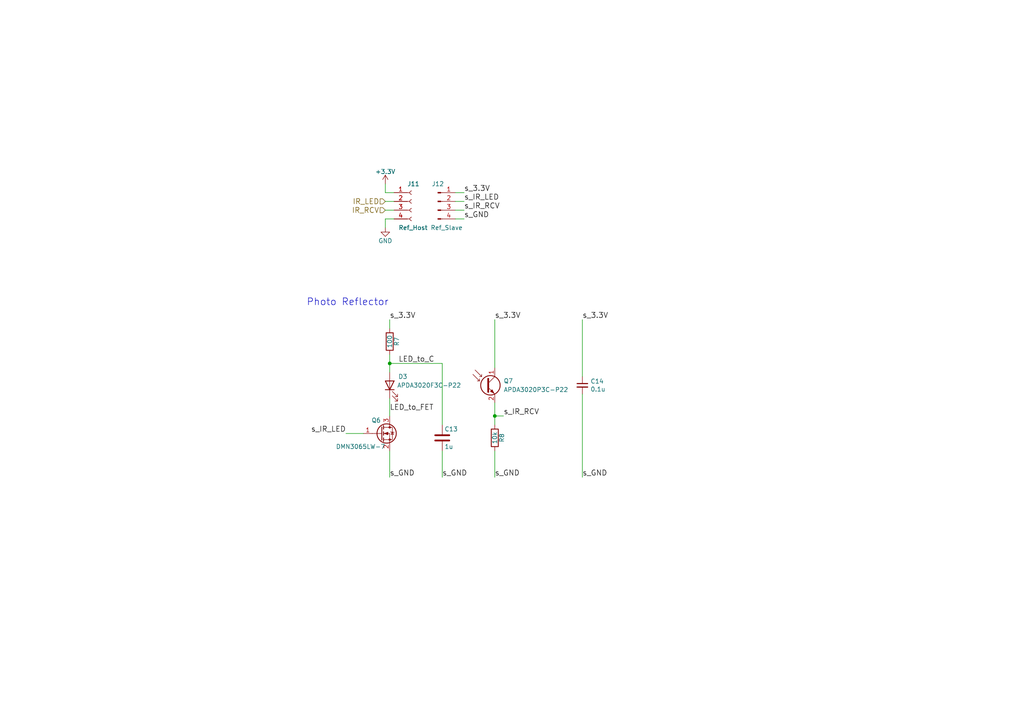
<source format=kicad_sch>
(kicad_sch (version 20230121) (generator eeschema)
  (paper "A4")
  (lib_symbols
    (symbol "Connector:Conn_01x04_Pin" (pin_names (offset 1.016) hide)
      (property "Reference" "J" (at 0 5.08 0))
      (property "Value" "Conn_01x04_Pin" (at 0 -7.62 0))
      (symbol "Conn_01x04_Pin_1_1"
        (polyline (pts (xy 1.27 -5.08) (xy 0.8636 -5.08)) (stroke (width 0.1524)))
        (polyline (pts (xy 1.27 -2.54) (xy 0.8636 -2.54)) (stroke (width 0.1524)))
        (polyline (pts (xy 1.27 0) (xy 0.8636 0)) (stroke (width 0.1524)))
        (polyline (pts (xy 1.27 2.54) (xy 0.8636 2.54)) (stroke (width 0.1524)))
        (rectangle (start 0.8636 -4.953) (end 0 -5.207) (stroke (width 0.1524)) (fill (type outline)))
        (rectangle (start 0.8636 -2.413) (end 0 -2.667) (stroke (width 0.1524)) (fill (type outline)))
        (rectangle (start 0.8636 0.127) (end 0 -0.127) (stroke (width 0.1524)) (fill (type outline)))
        (rectangle (start 0.8636 2.667) (end 0 2.413) (stroke (width 0.1524)) (fill (type outline)))
        (pin passive line (at 5.08 2.54 180) (length 3.81) (name "Pin_1") (number "1"))
        (pin passive line (at 5.08 0 180) (length 3.81) (name "Pin_2") (number "2"))
        (pin passive line (at 5.08 -2.54 180) (length 3.81) (name "Pin_3") (number "3"))
        (pin passive line (at 5.08 -5.08 180) (length 3.81) (name "Pin_4") (number "4"))
      )
    )
    (symbol "Connector:Conn_01x04_Socket" (pin_names (offset 1.016) hide)
      (property "Reference" "J" (at 0 5.08 0))
      (property "Value" "Conn_01x04_Socket" (at 0 -7.62 0))
      (symbol "Conn_01x04_Socket_1_1"
        (arc (start 0 -4.572) (mid -0.5058 -5.08) (end 0 -5.588) (stroke (width 0.1524)))
        (arc (start 0 -2.032) (mid -0.5058 -2.54) (end 0 -3.048) (stroke (width 0.1524)))
        (polyline (pts (xy -1.27 -5.08) (xy -0.508 -5.08)) (stroke (width 0.1524)))
        (polyline (pts (xy -1.27 -2.54) (xy -0.508 -2.54)) (stroke (width 0.1524)))
        (polyline (pts (xy -1.27 0) (xy -0.508 0)) (stroke (width 0.1524)))
        (polyline (pts (xy -1.27 2.54) (xy -0.508 2.54)) (stroke (width 0.1524)))
        (arc (start 0 0.508) (mid -0.5058 0) (end 0 -0.508) (stroke (width 0.1524)))
        (arc (start 0 3.048) (mid -0.5058 2.54) (end 0 2.032) (stroke (width 0.1524)))
        (pin passive line (at -5.08 2.54 0) (length 3.81) (name "Pin_1") (number "1"))
        (pin passive line (at -5.08 0 0) (length 3.81) (name "Pin_2") (number "2"))
        (pin passive line (at -5.08 -2.54 0) (length 3.81) (name "Pin_3") (number "3"))
        (pin passive line (at -5.08 -5.08 0) (length 3.81) (name "Pin_4") (number "4"))
      )
    )
    (symbol "Device:C" (pin_numbers hide) (pin_names (offset 0.254))
      (property "Reference" "C" (at 0.635 2.54 0))
      (property "Value" "C" (at 0.635 -2.54 0))
      (symbol "C_0_1"
        (polyline (pts (xy -2.032 -0.762) (xy 2.032 -0.762)) (stroke (width 0.508)))
        (polyline (pts (xy -2.032 0.762) (xy 2.032 0.762)) (stroke (width 0.508)))
      )
      (symbol "C_1_1"
        (pin passive line (at 0 3.81 270) (length 2.794) (name "~") (number "1"))
        (pin passive line (at 0 -3.81 90) (length 2.794) (name "~") (number "2"))
      )
    )
    (symbol "Device:C_Small" (pin_numbers hide) (pin_names (offset 0.254) hide)
      (property "Reference" "C" (at 0.254 1.778 0))
      (property "Value" "C_Small" (at 0.254 -2.032 0))
      (symbol "C_Small_0_1"
        (polyline (pts (xy -1.524 -0.508) (xy 1.524 -0.508)) (stroke (width 0.3302)))
        (polyline (pts (xy -1.524 0.508) (xy 1.524 0.508)) (stroke (width 0.3048)))
      )
      (symbol "C_Small_1_1"
        (pin passive line (at 0 2.54 270) (length 2.032) (name "~") (number "1"))
        (pin passive line (at 0 -2.54 90) (length 2.032) (name "~") (number "2"))
      )
    )
    (symbol "Device:LED" (pin_numbers hide) (pin_names (offset 1.016) hide)
      (property "Reference" "D" (at 0 2.54 0))
      (property "Value" "LED" (at 0 -2.54 0))
      (symbol "LED_0_1"
        (polyline (pts (xy -1.27 -1.27) (xy -1.27 1.27)) (stroke (width 0.254)))
        (polyline (pts (xy -1.27 0) (xy 1.27 0)))
        (polyline (pts (xy 1.27 -1.27) (xy 1.27 1.27) (xy -1.27 0) (xy 1.27 -1.27)) (stroke (width 0.254)))
        (polyline (pts (xy -3.048 -0.762) (xy -4.572 -2.286) (xy -3.81 -2.286) (xy -4.572 -2.286) (xy -4.572 -1.524)))
        (polyline (pts (xy -1.778 -0.762) (xy -3.302 -2.286) (xy -2.54 -2.286) (xy -3.302 -2.286) (xy -3.302 -1.524)))
      )
      (symbol "LED_1_1"
        (pin passive line (at -3.81 0 0) (length 2.54) (name "K") (number "1"))
        (pin passive line (at 3.81 0 180) (length 2.54) (name "A") (number "2"))
      )
    )
    (symbol "Device:Q_NMOS_GSD" (pin_names (offset 0) hide)
      (property "Reference" "Q" (at 5.08 1.27 0))
      (property "Value" "Q_NMOS_GSD" (at 5.08 -1.27 0))
      (symbol "Q_NMOS_GSD_0_1"
        (polyline (pts (xy 0.254 0) (xy -2.54 0)))
        (polyline (pts (xy 0.254 1.905) (xy 0.254 -1.905)) (stroke (width 0.254)))
        (polyline (pts (xy 0.762 -1.27) (xy 0.762 -2.286)) (stroke (width 0.254)))
        (polyline (pts (xy 0.762 0.508) (xy 0.762 -0.508)) (stroke (width 0.254)))
        (polyline (pts (xy 0.762 2.286) (xy 0.762 1.27)) (stroke (width 0.254)))
        (polyline (pts (xy 2.54 2.54) (xy 2.54 1.778)))
        (polyline (pts (xy 2.54 -2.54) (xy 2.54 0) (xy 0.762 0)))
        (polyline (pts (xy 0.762 -1.778) (xy 3.302 -1.778) (xy 3.302 1.778) (xy 0.762 1.778)))
        (polyline (pts (xy 1.016 0) (xy 2.032 0.381) (xy 2.032 -0.381) (xy 1.016 0)) (fill (type outline)))
        (polyline (pts (xy 2.794 0.508) (xy 2.921 0.381) (xy 3.683 0.381) (xy 3.81 0.254)))
        (polyline (pts (xy 3.302 0.381) (xy 2.921 -0.254) (xy 3.683 -0.254) (xy 3.302 0.381)))
        (circle (center 1.651 0) (radius 2.794) (stroke (width 0.254)))
        (circle (center 2.54 -1.778) (radius 0.254) (fill (type outline)))
        (circle (center 2.54 1.778) (radius 0.254) (fill (type outline)))
      )
      (symbol "Q_NMOS_GSD_1_1"
        (pin input line (at -5.08 0 0) (length 2.54) (name "G") (number "1"))
        (pin passive line (at 2.54 -5.08 90) (length 2.54) (name "S") (number "2"))
        (pin passive line (at 2.54 5.08 270) (length 2.54) (name "D") (number "3"))
      )
    )
    (symbol "Device:Q_Photo_NPN" (pin_names (offset 0) hide)
      (property "Reference" "Q" (at 5.08 1.27 0))
      (property "Value" "Q_Photo_NPN" (at 5.08 -1.27 0))
      (symbol "Q_Photo_NPN_0_1"
        (polyline (pts (xy -1.905 1.27) (xy -2.54 1.27)))
        (polyline (pts (xy -1.27 2.54) (xy -1.905 2.54)))
        (polyline (pts (xy 0.635 0.635) (xy 2.54 2.54)))
        (polyline (pts (xy -3.81 3.175) (xy -1.905 1.27) (xy -1.905 1.905)))
        (polyline (pts (xy -3.175 4.445) (xy -1.27 2.54) (xy -1.27 3.175)))
        (polyline (pts (xy 0.635 -0.635) (xy 2.54 -2.54) (xy 2.54 -2.54)))
        (polyline (pts (xy 0.635 1.905) (xy 0.635 -1.905) (xy 0.635 -1.905)) (stroke (width 0.508)))
        (polyline (pts (xy 1.27 -1.778) (xy 1.778 -1.27) (xy 2.286 -2.286) (xy 1.27 -1.778) (xy 1.27 -1.778)) (fill (type outline)))
        (circle (center 1.27 0) (radius 2.8194) (stroke (width 0.254)))
      )
      (symbol "Q_Photo_NPN_1_1"
        (pin passive line (at 2.54 5.08 270) (length 2.54) (name "C") (number "1"))
        (pin passive line (at 2.54 -5.08 90) (length 2.54) (name "E") (number "2"))
      )
    )
    (symbol "Device:R" (pin_numbers hide) (pin_names (offset 0))
      (property "Reference" "R" (at 2.032 0 90))
      (property "Value" "R" (at 0 0 90))
      (symbol "R_0_1"
        (rectangle (start -1.016 -2.54) (end 1.016 2.54) (stroke (width 0.254)))
      )
      (symbol "R_1_1"
        (pin passive line (at 0 3.81 270) (length 1.27) (name "~") (number "1"))
        (pin passive line (at 0 -3.81 90) (length 1.27) (name "~") (number "2"))
      )
    )
    (symbol "power:+3.3V" (power) (pin_names (offset 0))
      (property "Value" "+3.3V" (at 0 3.556 0))
      (symbol "+3.3V_0_1"
        (polyline (pts (xy -0.762 1.27) (xy 0 2.54)))
        (polyline (pts (xy 0 0) (xy 0 2.54)))
        (polyline (pts (xy 0 2.54) (xy 0.762 1.27)))
      )
      (symbol "+3.3V_1_1"
        (pin power_in line (at 0 0 90) (length 0) hide (name "+3.3V") (number "1"))
      )
    )
    (symbol "power:GND" (power) (pin_names (offset 0))
      (property "Value" "GND" (at 0 -3.81 0))
      (symbol "GND_0_1"
        (polyline (pts (xy 0 0) (xy 0 -1.27) (xy 1.27 -1.27) (xy 0 -2.54) (xy -1.27 -1.27) (xy 0 -1.27)))
      )
      (symbol "GND_1_1"
        (pin power_in line (at 0 0 270) (length 0) hide (name "GND") (number "1"))
      )
    )
  )
  (junction (at 143.51 120.65))
  (junction (at 113.03 105.41))
  (wire (pts (xy 134.62 60.96) (xy 132.08 60.96)))
  (wire (pts (xy 134.62 55.88) (xy 132.08 55.88)))
  (wire (pts (xy 111.76 53.34) (xy 111.76 55.88)))
  (wire (pts (xy 113.03 95.25) (xy 113.03 92.71)))
  (wire (pts (xy 168.91 138.43) (xy 168.91 114.3)))
  (wire (pts (xy 146.05 120.65) (xy 143.51 120.65)))
  (wire (pts (xy 114.3 58.42) (xy 111.76 58.42)))
  (wire (pts (xy 113.03 105.41) (xy 128.27 105.41)))
  (wire (pts (xy 114.3 63.5) (xy 111.76 63.5)))
  (wire (pts (xy 100.33 125.73) (xy 105.41 125.73)))
  (wire (pts (xy 132.08 58.42) (xy 134.62 58.42)))
  (wire (pts (xy 143.51 120.65) (xy 143.51 123.19)))
  (wire (pts (xy 168.91 92.71) (xy 168.91 109.22)))
  (wire (pts (xy 134.62 63.5) (xy 132.08 63.5)))
  (wire (pts (xy 113.03 105.41) (xy 113.03 102.87)))
  (wire (pts (xy 113.03 107.95) (xy 113.03 105.41)))
  (wire (pts (xy 143.51 130.81) (xy 143.51 138.43)))
  (wire (pts (xy 128.27 138.43) (xy 128.27 130.81)))
  (wire (pts (xy 114.3 60.96) (xy 111.76 60.96)))
  (wire (pts (xy 128.27 105.41) (xy 128.27 123.19)))
  (wire (pts (xy 113.03 130.81) (xy 113.03 138.43)))
  (wire (pts (xy 113.03 120.65) (xy 113.03 115.57)))
  (wire (pts (xy 143.51 116.84) (xy 143.51 120.65)))
  (wire (pts (xy 143.51 92.71) (xy 143.51 106.68)))
  (wire (pts (xy 111.76 55.88) (xy 114.3 55.88)))
  (wire (pts (xy 111.76 63.5) (xy 111.76 66.04)))
  (text "Photo Reflector" (at 88.9 88.9 0) (effects (font (size 2.0066 2.0066)) (justify left bottom)))
  (label "s_IR_LED" (at 134.62 58.42 0) (effects (font (size 1.524 1.524))))
  (label "LED_to_C" (at 115.57 105.41 0) (effects (font (size 1.524 1.524))))
  (label "s_IR_RCV" (at 146.05 120.65 0) (effects (font (size 1.524 1.524))))
  (label "s_GND" (at 128.27 138.43 0) (effects (font (size 1.524 1.524))))
  (label "s_3.3V" (at 113.03 92.71 0) (effects (font (size 1.524 1.524))))
  (label "s_IR_RCV" (at 134.62 60.96 0) (effects (font (size 1.524 1.524))))
  (label "s_GND" (at 134.62 63.5 0) (effects (font (size 1.524 1.524))))
  (label "s_GND" (at 113.03 138.43 0) (effects (font (size 1.524 1.524))))
  (label "s_IR_LED" (at 100.33 125.73 180) (effects (font (size 1.524 1.524))))
  (label "s_GND" (at 168.91 138.43 0) (effects (font (size 1.524 1.524))))
  (label "LED_to_FET" (at 113.03 119.38 0) (effects (font (size 1.524 1.524))))
  (label "s_GND" (at 143.51 138.43 0) (effects (font (size 1.524 1.524))))
  (label "s_3.3V" (at 134.62 55.88 0) (effects (font (size 1.524 1.524))))
  (label "s_3.3V" (at 143.51 92.71 0) (effects (font (size 1.524 1.524))))
  (label "s_3.3V" (at 168.91 92.71 0) (effects (font (size 1.524 1.524))))
  (hierarchical_label "IR_LED" (shape input) (at 111.76 58.42 180) (effects (font (size 1.524 1.524))))
  (hierarchical_label "IR_RCV" (shape input) (at 111.76 60.96 180) (effects (font (size 1.524 1.524))))
  (symbol (lib_id "Device:Q_NMOS_GSD") (at 110.49 125.73 0) (unit 1)
    (property "Reference" "Q6" (at 110.49 121.92 0) (effects (justify right)))
    (property "Value" "DMN3065LW-7" (at 111.76 129.54 0) (effects (justify right)))
    (property "Footprint" "mouse:SOT-323_SC-70" (effects hide))
    (instances (project "KERISE" (path "" (reference "Q6") (unit 1)) (path "" (reference "Q8") (unit 1)) (path "" (reference "Q2") (unit 1)) (path "" (reference "Q4") (unit 1))))
  )
  (symbol (lib_id "Device:R") (at 113.03 99.06 0) (unit 1)
    (property "Reference" "R7" (at 115.062 99.06 90))
    (property "Value" "100" (at 113.03 99.06 90))
    (property "Footprint" "Resistor_SMD:R_0603_1608Metric" (effects hide))
    (instances (project "KERISE" (path "" (reference "R7") (unit 1)) (path "" (reference "R9") (unit 1)) (path "" (reference "R3") (unit 1)) (path "" (reference "R5") (unit 1))))
  )
  (symbol (lib_id "Device:R") (at 143.51 127 0) (unit 1)
    (property "Reference" "R8" (at 145.542 127 90))
    (property "Value" "10k" (at 143.51 127 90))
    (property "Footprint" "Resistor_SMD:R_0201_0603Metric" (effects hide))
    (instances (project "KERISE" (path "" (reference "R8") (unit 1)) (path "" (reference "R10") (unit 1)) (path "" (reference "R4") (unit 1)) (path "" (reference "R6") (unit 1))))
  )
  (symbol (lib_id "power:GND") (at 111.76 66.04 0) (unit 1)
    (property "Reference" "#PWR030" (effects hide))
    (property "Value" "GND" (at 111.76 69.85 0))
    (instances (project "KERISE" (path "" (reference "#PWR030") (unit 1)) (path "" (reference "#PWR032") (unit 1)) (path "" (reference "#PWR026") (unit 1)) (path "" (reference "#PWR028") (unit 1))))
  )
  (symbol (lib_id "Device:LED") (at 113.03 111.76 90) (unit 1)
    (property "Reference" "D3" (at 116.84 109.22 90))
    (property "Value" "APDA3020F3C-P22" (at 124.46 111.76 90))
    (property "Footprint" "mouse:APDA3020" (effects hide))
    (instances (project "KERISE" (path "" (reference "D3") (unit 1)) (path "" (reference "D4") (unit 1)) (path "" (reference "D1") (unit 1)) (path "" (reference "D2") (unit 1))))
  )
  (symbol (lib_id "power:+3.3V") (at 111.76 53.34 0) (unit 1)
    (property "Reference" "#PWR029" (effects hide))
    (property "Value" "+3.3V" (at 111.76 49.784 0))
    (instances (project "KERISE" (path "" (reference "#PWR029") (unit 1)) (path "" (reference "#PWR031") (unit 1)) (path "" (reference "#PWR025") (unit 1)) (path "" (reference "#PWR027") (unit 1))))
  )
  (symbol (lib_id "Device:C") (at 128.27 127 0) (unit 1)
    (property "Reference" "C13" (at 128.905 124.46 0) (effects (justify left)))
    (property "Value" "1u" (at 128.905 129.54 0) (effects (justify left)))
    (property "Footprint" "Capacitor_SMD:C_0402_1005Metric" (effects hide))
    (instances (project "KERISE" (path "" (reference "C13") (unit 1)) (path "" (reference "C15") (unit 1)) (path "" (reference "C9") (unit 1)) (path "" (reference "C11") (unit 1))))
  )
  (symbol (lib_id "Device:Q_Photo_NPN") (at 140.97 111.76 0) (unit 1)
    (property "Reference" "Q7" (at 146.05 110.49 0) (effects (justify left)))
    (property "Value" "APDA3020P3C-P22" (at 146.05 113.03 0) (effects (justify left)))
    (property "Footprint" "mouse:APDA3020" (effects hide))
    (instances (project "KERISE" (path "" (reference "Q7") (unit 1)) (path "" (reference "Q9") (unit 1)) (path "" (reference "Q3") (unit 1)) (path "" (reference "Q5") (unit 1))))
  )
  (symbol (lib_id "Device:C_Small") (at 168.91 111.76 0) (unit 1)
    (property "Reference" "C14" (at 171.2468 110.5916 0) (effects (justify left)))
    (property "Value" "0.1u" (at 171.2468 112.903 0) (effects (justify left)))
    (property "Footprint" "Capacitor_SMD:C_0201_0603Metric" (effects hide))
    (instances (project "KERISE" (path "" (reference "C14") (unit 1)) (path "" (reference "C16") (unit 1)) (path "" (reference "C10") (unit 1)) (path "" (reference "C12") (unit 1))))
  )
  (symbol (lib_id "Connector:Conn_01x04_Socket") (at 119.38 58.42 0) (unit 1)
    (property "Reference" "J11" (at 118.11 53.34 0) (effects (justify left)))
    (property "Value" "Ref_Host" (at 115.57 66.04 0) (effects (justify left)))
    (property "Footprint" "mouse:IR_HOST_V_04" (effects hide))
    (instances (project "KERISE" (path "" (reference "J11") (unit 1)) (path "" (reference "J13") (unit 1)) (path "" (reference "J7") (unit 1)) (path "" (reference "J9") (unit 1))))
  )
  (symbol (lib_id "Connector:Conn_01x04_Pin") (at 127 58.42 0) (unit 1)
    (property "Reference" "J12" (at 127 53.34 0))
    (property "Value" "Ref_Slave" (at 129.54 66.04 0))
    (property "Footprint" "mouse:IR_SLAVE_V_04" (effects hide))
    (instances (project "KERISE" (path "" (reference "J12") (unit 1)) (path "" (reference "J14") (unit 1)) (path "" (reference "J8") (unit 1)) (path "" (reference "J10") (unit 1))))
  )
)
</source>
